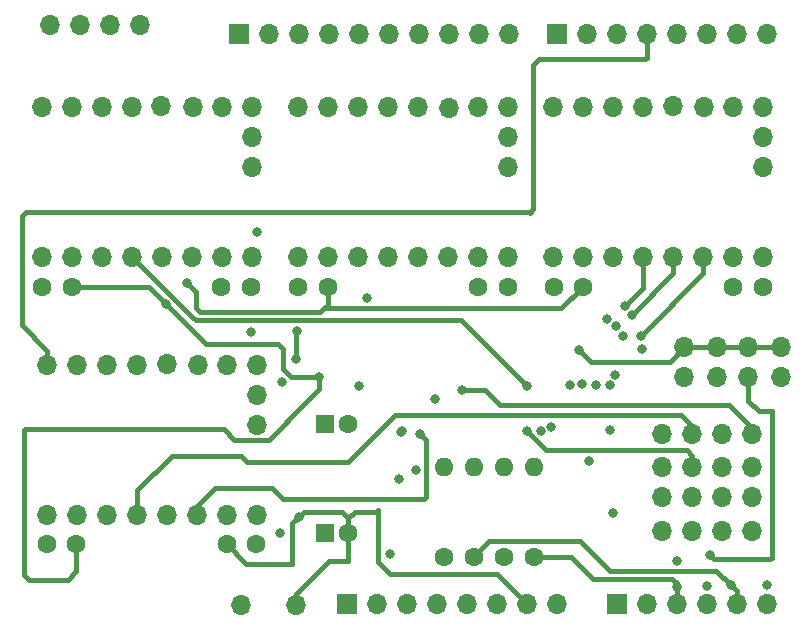
<source format=gbr>
%TF.GenerationSoftware,KiCad,Pcbnew,(6.0.6)*%
%TF.CreationDate,2022-07-08T14:07:57+08:00*%
%TF.ProjectId,Stepper,53746570-7065-4722-9e6b-696361645f70,rev?*%
%TF.SameCoordinates,Original*%
%TF.FileFunction,Copper,L1,Top*%
%TF.FilePolarity,Positive*%
%FSLAX46Y46*%
G04 Gerber Fmt 4.6, Leading zero omitted, Abs format (unit mm)*
G04 Created by KiCad (PCBNEW (6.0.6)) date 2022-07-08 14:07:57*
%MOMM*%
%LPD*%
G01*
G04 APERTURE LIST*
%TA.AperFunction,ComponentPad*%
%ADD10R,1.700000X1.700000*%
%TD*%
%TA.AperFunction,ComponentPad*%
%ADD11O,1.700000X1.700000*%
%TD*%
%TA.AperFunction,ComponentPad*%
%ADD12C,1.600000*%
%TD*%
%TA.AperFunction,ComponentPad*%
%ADD13O,1.600000X1.600000*%
%TD*%
%TA.AperFunction,ComponentPad*%
%ADD14R,1.600000X1.600000*%
%TD*%
%TA.AperFunction,ViaPad*%
%ADD15C,0.800000*%
%TD*%
%TA.AperFunction,Conductor*%
%ADD16C,0.400000*%
%TD*%
G04 APERTURE END LIST*
D10*
%TO.P,J1,1,Pin_1*%
%TO.N,unconnected-(J1-Pad1)*%
X127940000Y-97460000D03*
D11*
%TO.P,J1,2,Pin_2*%
%TO.N,/IOREF*%
X130480000Y-97460000D03*
%TO.P,J1,3,Pin_3*%
%TO.N,/~{RESET}*%
X133020000Y-97460000D03*
%TO.P,J1,4,Pin_4*%
%TO.N,+3V3*%
X135560000Y-97460000D03*
%TO.P,J1,5,Pin_5*%
%TO.N,+5V*%
X138100000Y-97460000D03*
%TO.P,J1,6,Pin_6*%
%TO.N,GND*%
X140640000Y-97460000D03*
%TO.P,J1,7,Pin_7*%
X143180000Y-97460000D03*
%TO.P,J1,8,Pin_8*%
%TO.N,VCC*%
X145720000Y-97460000D03*
%TD*%
D10*
%TO.P,J3,1,Pin_1*%
%TO.N,/A0*%
X150800000Y-97460000D03*
D11*
%TO.P,J3,2,Pin_2*%
%TO.N,/A1*%
X153340000Y-97460000D03*
%TO.P,J3,3,Pin_3*%
%TO.N,/A2*%
X155880000Y-97460000D03*
%TO.P,J3,4,Pin_4*%
%TO.N,/A3*%
X158420000Y-97460000D03*
%TO.P,J3,5,Pin_5*%
%TO.N,/SDA{slash}A4*%
X160960000Y-97460000D03*
%TO.P,J3,6,Pin_6*%
%TO.N,/SCL{slash}A5*%
X163500000Y-97460000D03*
%TD*%
D10*
%TO.P,J2,1,Pin_1*%
%TO.N,/SCL{slash}A5*%
X118796000Y-49200000D03*
D11*
%TO.P,J2,2,Pin_2*%
%TO.N,/SDA{slash}A4*%
X121336000Y-49200000D03*
%TO.P,J2,3,Pin_3*%
%TO.N,/AREF*%
X123876000Y-49200000D03*
%TO.P,J2,4,Pin_4*%
%TO.N,GND*%
X126416000Y-49200000D03*
%TO.P,J2,5,Pin_5*%
%TO.N,/13*%
X128956000Y-49200000D03*
%TO.P,J2,6,Pin_6*%
%TO.N,/12*%
X131496000Y-49200000D03*
%TO.P,J2,7,Pin_7*%
%TO.N,/\u002A11*%
X134036000Y-49200000D03*
%TO.P,J2,8,Pin_8*%
%TO.N,/\u002A10*%
X136576000Y-49200000D03*
%TO.P,J2,9,Pin_9*%
%TO.N,/\u002A9*%
X139116000Y-49200000D03*
%TO.P,J2,10,Pin_10*%
%TO.N,/8*%
X141656000Y-49200000D03*
%TD*%
D10*
%TO.P,J4,1,Pin_1*%
%TO.N,/7*%
X145720000Y-49200000D03*
D11*
%TO.P,J4,2,Pin_2*%
%TO.N,/\u002A6*%
X148260000Y-49200000D03*
%TO.P,J4,3,Pin_3*%
%TO.N,/\u002A5*%
X150800000Y-49200000D03*
%TO.P,J4,4,Pin_4*%
%TO.N,/4*%
X153340000Y-49200000D03*
%TO.P,J4,5,Pin_5*%
%TO.N,/\u002A3*%
X155880000Y-49200000D03*
%TO.P,J4,6,Pin_6*%
%TO.N,/2*%
X158420000Y-49200000D03*
%TO.P,J4,7,Pin_7*%
%TO.N,/TX{slash}1*%
X160960000Y-49200000D03*
%TO.P,J4,8,Pin_8*%
%TO.N,/RX{slash}0*%
X163500000Y-49200000D03*
%TD*%
%TO.P,,D1,Pin_4*%
%TO.N,N/C*%
X119900000Y-57840000D03*
%TD*%
%TO.P,,D1,Pin_4*%
%TO.N,N/C*%
X133970000Y-68060000D03*
%TD*%
%TO.P,,D1,Pin_4*%
%TO.N,N/C*%
X156500000Y-75660000D03*
%TD*%
%TO.P,,D1,Pin_4*%
%TO.N,N/C*%
X133925799Y-55355827D03*
%TD*%
%TO.P,,D1,Pin_4*%
%TO.N,N/C*%
X131430000Y-68060000D03*
%TD*%
%TO.P,,D1,Pin_4*%
%TO.N,N/C*%
X104660000Y-68000000D03*
%TD*%
%TO.P,,D1,Pin_4*%
%TO.N,N/C*%
X156500000Y-78200000D03*
%TD*%
%TO.P,,D1,Pin_4*%
%TO.N,N/C*%
X117824201Y-77144173D03*
%TD*%
%TO.P,,D1,Pin_4*%
%TO.N,N/C*%
X112700000Y-77140000D03*
%TD*%
%TO.P,,D1,Pin_4*%
%TO.N,N/C*%
X158191710Y-55371710D03*
%TD*%
D12*
%TO.P,REF\u002A\u002A,1*%
%TO.N,N/C*%
X139050000Y-70600000D03*
%TO.P,REF\u002A\u002A,2*%
X141550000Y-70600000D03*
%TD*%
D11*
%TO.P,,D1,Pin_4*%
%TO.N,N/C*%
X117360000Y-68000000D03*
%TD*%
%TO.P,,D1,Pin_4*%
%TO.N,N/C*%
X147960000Y-55300000D03*
%TD*%
%TO.P,,D1,Pin_4*%
%TO.N,N/C*%
X162220000Y-83000000D03*
%TD*%
%TO.P,,D1,Pin_4*%
%TO.N,N/C*%
X147960000Y-68000000D03*
%TD*%
%TO.P,,D1,Pin_4*%
%TO.N,N/C*%
X157160000Y-91200000D03*
%TD*%
%TO.P,,D1,Pin_4*%
%TO.N,N/C*%
X105124201Y-77144173D03*
%TD*%
%TO.P,,D1,Pin_4*%
%TO.N,N/C*%
X120364201Y-82224173D03*
%TD*%
%TO.P,,D1,Pin_4*%
%TO.N,N/C*%
X139050000Y-68060000D03*
%TD*%
%TO.P,,D1,Pin_4*%
%TO.N,N/C*%
X119900000Y-55300000D03*
%TD*%
%TO.P,,D1,Pin_4*%
%TO.N,N/C*%
X150500000Y-68000000D03*
%TD*%
%TO.P,,D1,Pin_4*%
%TO.N,N/C*%
X154620000Y-91200000D03*
%TD*%
%TO.P,,D1,Pin_4*%
%TO.N,N/C*%
X157140000Y-83000000D03*
%TD*%
%TO.P,,D1,Pin_4*%
%TO.N,N/C*%
X145420000Y-68000000D03*
%TD*%
%TO.P,,D1,Pin_4*%
%TO.N,N/C*%
X163200000Y-68000000D03*
%TD*%
%TO.P,,D1,Pin_4*%
%TO.N,N/C*%
X159680000Y-83000000D03*
%TD*%
%TO.P,,D1,Pin_4*%
%TO.N,N/C*%
X150500000Y-55300000D03*
%TD*%
%TO.P,,D1,Pin_4*%
%TO.N,N/C*%
X163200000Y-60380000D03*
%TD*%
%TO.P,,D1,Pin_4*%
%TO.N,N/C*%
X123810000Y-55360000D03*
%TD*%
%TO.P,,D1,Pin_4*%
%TO.N,N/C*%
X119900000Y-60380000D03*
%TD*%
D12*
%TO.P,REF\u002A\u002A,1*%
%TO.N,N/C*%
X160660000Y-70540000D03*
%TO.P,REF\u002A\u002A,2*%
X163160000Y-70540000D03*
%TD*%
%TO.P,REF\u002A\u002A,1*%
%TO.N,N/C*%
X143800000Y-93400000D03*
D13*
%TO.P,REF\u002A\u002A,2*%
X143800000Y-85780000D03*
%TD*%
D11*
%TO.P,,D1,Pin_4*%
%TO.N,N/C*%
X126350000Y-68060000D03*
%TD*%
%TO.P,,D1,Pin_4*%
%TO.N,N/C*%
X115355911Y-77215883D03*
%TD*%
%TO.P,,D1,Pin_4*%
%TO.N,N/C*%
X109740000Y-55300000D03*
%TD*%
%TO.P,,D1,Pin_4*%
%TO.N,N/C*%
X114891710Y-55371710D03*
%TD*%
%TO.P,,D1,Pin_4*%
%TO.N,N/C*%
X141590000Y-68060000D03*
%TD*%
%TO.P,,D1,Pin_4*%
%TO.N,N/C*%
X102584201Y-77144173D03*
%TD*%
%TO.P,,D1,Pin_4*%
%TO.N,N/C*%
X164700000Y-78180000D03*
%TD*%
%TO.P,,D1,Pin_4*%
%TO.N,N/C*%
X161900000Y-78180000D03*
%TD*%
%TO.P,,D1,Pin_4*%
%TO.N,N/C*%
X157160000Y-88400000D03*
%TD*%
%TO.P,,D1,Pin_4*%
%TO.N,N/C*%
X107860000Y-48400000D03*
%TD*%
%TO.P,,D1,Pin_4*%
%TO.N,N/C*%
X159700000Y-91200000D03*
%TD*%
%TO.P,,D1,Pin_4*%
%TO.N,N/C*%
X128890000Y-68060000D03*
%TD*%
%TO.P,,D1,Pin_4*%
%TO.N,N/C*%
X102584201Y-89844173D03*
%TD*%
%TO.P,,D1,Pin_4*%
%TO.N,N/C*%
X160660000Y-68000000D03*
%TD*%
%TO.P,,D1,Pin_4*%
%TO.N,N/C*%
X131430000Y-55360000D03*
%TD*%
D12*
%TO.P,REF\u002A\u002A,1*%
%TO.N,N/C*%
X136180000Y-93400000D03*
D13*
%TO.P,REF\u002A\u002A,2*%
X136180000Y-85780000D03*
%TD*%
D11*
%TO.P,,D1,Pin_4*%
%TO.N,N/C*%
X105124201Y-89844173D03*
%TD*%
%TO.P,,D1,Pin_4*%
%TO.N,N/C*%
X157160000Y-85800000D03*
%TD*%
%TO.P,,D1,Pin_4*%
%TO.N,N/C*%
X153040000Y-68000000D03*
%TD*%
%TO.P,,D1,Pin_4*%
%TO.N,N/C*%
X141590000Y-55360000D03*
%TD*%
%TO.P,,D1,Pin_4*%
%TO.N,N/C*%
X119900000Y-68000000D03*
%TD*%
%TO.P,,D1,Pin_4*%
%TO.N,N/C*%
X117824201Y-89844173D03*
%TD*%
D14*
%TO.P,REF\u002A\u002A,1*%
%TO.N,N/C*%
X126044888Y-91400000D03*
D12*
%TO.P,REF\u002A\u002A,2*%
X128044888Y-91400000D03*
%TD*%
D11*
%TO.P,,D1,Pin_4*%
%TO.N,N/C*%
X104660000Y-55300000D03*
%TD*%
D12*
%TO.P,REF\u002A\u002A,1*%
%TO.N,N/C*%
X138720000Y-93400000D03*
D13*
%TO.P,REF\u002A\u002A,2*%
X138720000Y-85780000D03*
%TD*%
D11*
%TO.P,,D1,Pin_4*%
%TO.N,N/C*%
X161900000Y-75640000D03*
%TD*%
%TO.P,,D1,Pin_4*%
%TO.N,N/C*%
X102120000Y-55300000D03*
%TD*%
%TO.P,,D1,Pin_4*%
%TO.N,N/C*%
X163200000Y-57840000D03*
%TD*%
%TO.P,,D1,Pin_4*%
%TO.N,N/C*%
X154620000Y-85800000D03*
%TD*%
%TO.P,,D1,Pin_4*%
%TO.N,N/C*%
X162240000Y-88400000D03*
%TD*%
%TO.P,,D1,Pin_4*%
%TO.N,N/C*%
X136581710Y-55431710D03*
%TD*%
%TO.P,,D1,Pin_4*%
%TO.N,N/C*%
X155580000Y-68000000D03*
%TD*%
%TO.P,,D1,Pin_4*%
%TO.N,N/C*%
X164700000Y-75640000D03*
%TD*%
%TO.P,,D1,Pin_4*%
%TO.N,N/C*%
X141590000Y-60440000D03*
%TD*%
D12*
%TO.P,REF\u002A\u002A,1*%
%TO.N,N/C*%
X141260000Y-93400000D03*
D13*
%TO.P,REF\u002A\u002A,2*%
X141260000Y-85780000D03*
%TD*%
D11*
%TO.P,,D1,Pin_4*%
%TO.N,N/C*%
X109740000Y-68000000D03*
%TD*%
%TO.P,,D1,Pin_4*%
%TO.N,N/C*%
X136510000Y-68060000D03*
%TD*%
%TO.P,,D1,Pin_4*%
%TO.N,N/C*%
X159700000Y-85800000D03*
%TD*%
%TO.P,,D1,Pin_4*%
%TO.N,N/C*%
X154620000Y-88400000D03*
%TD*%
%TO.P,,D1,Pin_4*%
%TO.N,N/C*%
X160660000Y-55300000D03*
%TD*%
%TO.P,,D1,Pin_4*%
%TO.N,N/C*%
X114820000Y-68000000D03*
%TD*%
%TO.P,,D1,Pin_4*%
%TO.N,N/C*%
X123810000Y-68060000D03*
%TD*%
%TO.P,,D1,Pin_4*%
%TO.N,N/C*%
X120364201Y-89844173D03*
%TD*%
%TO.P,,D1,Pin_4*%
%TO.N,N/C*%
X107664201Y-89844173D03*
%TD*%
%TO.P,,D1,Pin_4*%
%TO.N,N/C*%
X128890000Y-55360000D03*
%TD*%
%TO.P,,D1,Pin_4*%
%TO.N,N/C*%
X117360000Y-55300000D03*
%TD*%
%TO.P,,D1,Pin_4*%
%TO.N,N/C*%
X155535799Y-55295827D03*
%TD*%
%TO.P,,D1,Pin_4*%
%TO.N,N/C*%
X163200000Y-55300000D03*
%TD*%
%TO.P,,D1,Pin_4*%
%TO.N,N/C*%
X159700000Y-88400000D03*
%TD*%
D12*
%TO.P,REF\u002A\u002A,1*%
%TO.N,N/C*%
X145460000Y-70540000D03*
%TO.P,REF\u002A\u002A,2*%
X147960000Y-70540000D03*
%TD*%
D11*
%TO.P,,D1,Pin_4*%
%TO.N,GND*%
X123600000Y-97500000D03*
%TD*%
%TO.P,,D1,Pin_4*%
%TO.N,N/C*%
X115284201Y-89844173D03*
%TD*%
%TO.P,,D1,Pin_4*%
%TO.N,N/C*%
X126350000Y-55360000D03*
%TD*%
D14*
%TO.P,REF\u002A\u002A,1*%
%TO.N,N/C*%
X126044888Y-82200000D03*
D12*
%TO.P,REF\u002A\u002A,2*%
X128044888Y-82200000D03*
%TD*%
D11*
%TO.P,,D1,Pin_4*%
%TO.N,N/C*%
X112280000Y-68000000D03*
%TD*%
%TO.P,,D1,Pin_4*%
%TO.N,N/C*%
X159300000Y-75640000D03*
%TD*%
D12*
%TO.P,REF\u002A\u002A,1*%
%TO.N,N/C*%
X123810000Y-70600000D03*
%TO.P,REF\u002A\u002A,2*%
X126310000Y-70600000D03*
%TD*%
D11*
%TO.P,,D1,Pin_4*%
%TO.N,N/C*%
X107200000Y-55300000D03*
%TD*%
%TO.P,,D1,Pin_4*%
%TO.N,N/C*%
X110204201Y-77144173D03*
%TD*%
%TO.P,,D1,Pin_4*%
%TO.N,N/C*%
X153040000Y-55300000D03*
%TD*%
%TO.P,,D1,Pin_4*%
%TO.N,VCC*%
X119000000Y-97500000D03*
%TD*%
%TO.P,,D1,Pin_4*%
%TO.N,N/C*%
X102120000Y-68000000D03*
%TD*%
%TO.P,,D1,Pin_4*%
%TO.N,N/C*%
X110204201Y-89844173D03*
%TD*%
D12*
%TO.P,REF\u002A\u002A,1*%
%TO.N,N/C*%
X102540000Y-92380000D03*
%TO.P,REF\u002A\u002A,2*%
X105040000Y-92380000D03*
%TD*%
D11*
%TO.P,,D1,Pin_4*%
%TO.N,N/C*%
X162240000Y-85800000D03*
%TD*%
%TO.P,,D1,Pin_4*%
%TO.N,N/C*%
X112744201Y-89844173D03*
%TD*%
%TO.P,,D1,Pin_4*%
%TO.N,N/C*%
X107200000Y-68000000D03*
%TD*%
%TO.P,,D1,Pin_4*%
%TO.N,N/C*%
X141590000Y-57900000D03*
%TD*%
%TO.P,,D1,Pin_4*%
%TO.N,N/C*%
X162240000Y-91200000D03*
%TD*%
%TO.P,,D1,Pin_4*%
%TO.N,N/C*%
X145420000Y-55300000D03*
%TD*%
%TO.P,,D1,Pin_4*%
%TO.N,N/C*%
X120364201Y-79684173D03*
%TD*%
%TO.P,,D1,Pin_4*%
%TO.N,N/C*%
X158120000Y-68000000D03*
%TD*%
D12*
%TO.P,REF\u002A\u002A,1*%
%TO.N,N/C*%
X117780000Y-92380000D03*
%TO.P,REF\u002A\u002A,2*%
X120280000Y-92380000D03*
%TD*%
%TO.P,REF\u002A\u002A,1*%
%TO.N,N/C*%
X102146709Y-70571710D03*
%TO.P,REF\u002A\u002A,2*%
X104646709Y-70571710D03*
%TD*%
D11*
%TO.P,,D1,Pin_4*%
%TO.N,N/C*%
X110400000Y-48400000D03*
%TD*%
%TO.P,,D1,Pin_4*%
%TO.N,N/C*%
X112235799Y-55295827D03*
%TD*%
%TO.P,,D1,Pin_4*%
%TO.N,N/C*%
X154600000Y-83000000D03*
%TD*%
%TO.P,,D1,Pin_4*%
%TO.N,N/C*%
X102780000Y-48400000D03*
%TD*%
%TO.P,,D1,Pin_4*%
%TO.N,N/C*%
X120364201Y-77144173D03*
%TD*%
%TO.P,,D1,Pin_4*%
%TO.N,N/C*%
X105320000Y-48400000D03*
%TD*%
%TO.P,,D1,Pin_4*%
%TO.N,N/C*%
X159300000Y-78180000D03*
%TD*%
%TO.P,,D1,Pin_4*%
%TO.N,N/C*%
X139050000Y-55360000D03*
%TD*%
%TO.P,,D1,Pin_4*%
%TO.N,N/C*%
X107664201Y-77144173D03*
%TD*%
D12*
%TO.P,REF\u002A\u002A,1*%
%TO.N,N/C*%
X117315799Y-70540000D03*
%TO.P,REF\u002A\u002A,2*%
X119815799Y-70540000D03*
%TD*%
D15*
%TO.N,*%
X152800000Y-74700000D03*
X137700000Y-79300000D03*
X150200000Y-78900000D03*
X135400000Y-80100000D03*
X150200000Y-78900000D03*
X158700000Y-93300000D03*
X131600000Y-93200000D03*
X132550000Y-82850000D03*
X134100000Y-83000000D03*
X148400000Y-85300000D03*
X151300000Y-74700000D03*
X134100000Y-83000000D03*
X150600000Y-78000000D03*
X149000000Y-78900000D03*
X134100000Y-83000000D03*
X132600000Y-82800000D03*
X150700000Y-73900000D03*
X147800000Y-78800000D03*
X145200000Y-82400000D03*
X150200000Y-82700000D03*
X143200000Y-79000000D03*
X144350000Y-82750000D03*
X150000000Y-73300000D03*
X152900000Y-75800000D03*
X134100000Y-83000000D03*
X150500000Y-89700000D03*
X143200000Y-82800000D03*
X151500000Y-72200000D03*
X123700000Y-74300000D03*
X152050000Y-72950000D03*
X146800000Y-78900000D03*
X145200000Y-82400000D03*
X147800000Y-78800000D03*
X114400000Y-70200000D03*
%TO.N,GND*%
X120350000Y-65950000D03*
X123850000Y-90050000D03*
X132350000Y-86850000D03*
X129000000Y-79000000D03*
X123600000Y-76700000D03*
X133800000Y-86100000D03*
%TO.N,+5V*%
X147600000Y-75900000D03*
X112600000Y-72000000D03*
X125600000Y-78200000D03*
%TO.N,/A2*%
X155880000Y-96020000D03*
X155850000Y-93750000D03*
%TO.N,/A3*%
X158420000Y-95920000D03*
%TO.N,/SDA{slash}A4*%
X160450000Y-95850000D03*
%TO.N,/SCL{slash}A5*%
X163500000Y-95800000D03*
%TO.N,VCC*%
X129600000Y-71500000D03*
X119815799Y-74400000D03*
X122400000Y-78600000D03*
X122300000Y-91400000D03*
%TD*%
D16*
%TO.N,*%
X113100000Y-84900000D02*
X119000000Y-84900000D01*
X116800000Y-87600000D02*
X121600000Y-87600000D01*
X162220000Y-82520000D02*
X162220000Y-83000000D01*
X132000000Y-81400000D02*
X156200000Y-81400000D01*
X144800000Y-84400000D02*
X156700000Y-84400000D01*
X156700000Y-84400000D02*
X157160000Y-84860000D01*
X134600000Y-83500000D02*
X134100000Y-83000000D01*
X158100000Y-68020000D02*
X158100000Y-69400000D01*
X139600000Y-79300000D02*
X140900000Y-80600000D01*
X157140000Y-82340000D02*
X157140000Y-83000000D01*
X155580000Y-68000000D02*
X155580000Y-69420000D01*
X157160000Y-84860000D02*
X157160000Y-85800000D01*
X115284201Y-89115799D02*
X116800000Y-87600000D01*
X134500000Y-88500000D02*
X134600000Y-88400000D01*
X140900000Y-80600000D02*
X160300000Y-80600000D01*
X158100000Y-69400000D02*
X152800000Y-74700000D01*
X135700000Y-73400000D02*
X137600000Y-73400000D01*
X137700000Y-79300000D02*
X139600000Y-79300000D01*
X143200000Y-82800000D02*
X144800000Y-84400000D01*
X110204201Y-89844173D02*
X110204201Y-87795799D01*
X122500000Y-88500000D02*
X134500000Y-88500000D01*
X153040000Y-68000000D02*
X153040000Y-70660000D01*
X152050000Y-72950000D02*
X152000000Y-73000000D01*
X137600000Y-73400000D02*
X143200000Y-79000000D01*
X110204201Y-87795799D02*
X113100000Y-84900000D01*
X153040000Y-70660000D02*
X151500000Y-72200000D01*
X115284201Y-89844173D02*
X115284201Y-89115799D01*
X155500000Y-69500000D02*
X152050000Y-72950000D01*
X128000000Y-85400000D02*
X132000000Y-81400000D01*
X115140000Y-73400000D02*
X135700000Y-73400000D01*
X121600000Y-87600000D02*
X122500000Y-88500000D01*
X134600000Y-88400000D02*
X134600000Y-83500000D01*
X119000000Y-84900000D02*
X119500000Y-85400000D01*
X109740000Y-68000000D02*
X114740000Y-73000000D01*
X114740000Y-73000000D02*
X115140000Y-73400000D01*
X119500000Y-85400000D02*
X128000000Y-85400000D01*
X158120000Y-68000000D02*
X158100000Y-68020000D01*
X160300000Y-80600000D02*
X162220000Y-82520000D01*
X155580000Y-69420000D02*
X155500000Y-69500000D01*
X156200000Y-81400000D02*
X157140000Y-82340000D01*
%TO.N,GND*%
X130600000Y-89600000D02*
X128589776Y-89600000D01*
X123600000Y-97500000D02*
X123600000Y-96600000D01*
X123300000Y-90600000D02*
X123300000Y-94000000D01*
X130600000Y-89600000D02*
X130600000Y-89500000D01*
X128589776Y-89600000D02*
X128044888Y-90144888D01*
X131600000Y-94900000D02*
X130600000Y-93900000D01*
X123600000Y-96600000D02*
X126400000Y-93800000D01*
X127500000Y-89600000D02*
X124300000Y-89600000D01*
X124300000Y-89600000D02*
X123850000Y-90050000D01*
X119400000Y-94000000D02*
X117780000Y-92380000D01*
X128044888Y-91400000D02*
X128044888Y-90144888D01*
X123600000Y-74400000D02*
X123700000Y-74300000D01*
X123850000Y-90050000D02*
X123300000Y-90600000D01*
X123300000Y-94000000D02*
X119400000Y-94000000D01*
X123600000Y-76700000D02*
X123600000Y-74400000D01*
X143180000Y-97460000D02*
X140620000Y-94900000D01*
X130600000Y-93900000D02*
X130600000Y-89600000D01*
X128044888Y-93755112D02*
X128044888Y-91400000D01*
X140620000Y-94900000D02*
X131600000Y-94900000D01*
X128044888Y-90144888D02*
X127500000Y-89600000D01*
X128000000Y-93800000D02*
X128044888Y-93755112D01*
X126400000Y-93800000D02*
X128000000Y-93800000D01*
%TO.N,+5V*%
X122500000Y-77500000D02*
X123200000Y-78200000D01*
X126000000Y-72400000D02*
X126310000Y-72090000D01*
X115200000Y-74600000D02*
X116000000Y-75400000D01*
X104646709Y-70571710D02*
X111171710Y-70571710D01*
X126310000Y-72090000D02*
X126310000Y-70600000D01*
X114400000Y-70200000D02*
X115200000Y-71000000D01*
X105040000Y-94660000D02*
X104300000Y-95400000D01*
X115200000Y-71000000D02*
X115200000Y-72400000D01*
X126000000Y-72400000D02*
X146100000Y-72400000D01*
X117500000Y-82600000D02*
X118400000Y-83500000D01*
X116000000Y-75400000D02*
X122100000Y-75400000D01*
X147600000Y-75900000D02*
X148600000Y-76900000D01*
X123200000Y-78200000D02*
X125600000Y-78200000D01*
X155260000Y-76900000D02*
X156500000Y-75660000D01*
X146100000Y-72400000D02*
X147960000Y-70540000D01*
X124400000Y-80400000D02*
X125600000Y-79200000D01*
X105040000Y-92380000D02*
X105040000Y-94660000D01*
X148600000Y-76900000D02*
X155260000Y-76900000D01*
X122100000Y-75400000D02*
X122500000Y-75800000D01*
X101000000Y-95400000D02*
X100600000Y-95000000D01*
X159300000Y-75640000D02*
X164700000Y-75640000D01*
X100700000Y-82600000D02*
X117500000Y-82600000D01*
X156500000Y-75660000D02*
X159280000Y-75660000D01*
X100600000Y-95000000D02*
X100600000Y-82700000D01*
X104300000Y-95400000D02*
X101000000Y-95400000D01*
X111171710Y-70571710D02*
X112600000Y-72000000D01*
X125600000Y-79200000D02*
X125600000Y-78200000D01*
X121300000Y-83500000D02*
X124400000Y-80400000D01*
X159280000Y-75660000D02*
X159300000Y-75640000D01*
X100600000Y-82700000D02*
X100700000Y-82600000D01*
X125700000Y-72700000D02*
X126000000Y-72400000D01*
X115200000Y-72400000D02*
X115500000Y-72700000D01*
X112600000Y-72000000D02*
X115200000Y-74600000D01*
X115500000Y-72700000D02*
X125700000Y-72700000D01*
X118400000Y-83500000D02*
X121300000Y-83500000D01*
X122500000Y-75800000D02*
X122500000Y-77500000D01*
%TO.N,/A2*%
X155880000Y-95680000D02*
X155880000Y-96020000D01*
X155500000Y-95300000D02*
X155880000Y-95680000D01*
X148600000Y-95100000D02*
X148800000Y-95300000D01*
X155880000Y-96020000D02*
X155880000Y-97460000D01*
X146900000Y-93400000D02*
X148600000Y-95100000D01*
X148800000Y-95300000D02*
X155500000Y-95300000D01*
X143800000Y-93400000D02*
X146900000Y-93400000D01*
%TO.N,/A3*%
X163800000Y-93600000D02*
X159000000Y-93600000D01*
X161900000Y-78180000D02*
X161900000Y-80200000D01*
X162800000Y-81100000D02*
X163900000Y-81100000D01*
X161900000Y-80200000D02*
X162800000Y-81100000D01*
X159000000Y-93600000D02*
X158700000Y-93300000D01*
X163900000Y-81100000D02*
X163900000Y-93500000D01*
X163900000Y-93500000D02*
X163800000Y-93600000D01*
%TO.N,/SDA{slash}A4*%
X150000000Y-94400000D02*
X150200000Y-94600000D01*
X138720000Y-93380000D02*
X140000000Y-92100000D01*
X147600000Y-92100000D02*
X147700000Y-92100000D01*
X160960000Y-96360000D02*
X160960000Y-97460000D01*
X160450000Y-95850000D02*
X160960000Y-96360000D01*
X150200000Y-94600000D02*
X159200000Y-94600000D01*
X159200000Y-94600000D02*
X160450000Y-95850000D01*
X138720000Y-93400000D02*
X138720000Y-93380000D01*
X147700000Y-92100000D02*
X150000000Y-94400000D01*
X140000000Y-92100000D02*
X147600000Y-92100000D01*
%TO.N,/4*%
X100400000Y-64600000D02*
X100800000Y-64200000D01*
X153340000Y-51160000D02*
X153340000Y-49200000D01*
X100800000Y-64200000D02*
X143300000Y-64200000D01*
X143700000Y-64000000D02*
X143700000Y-51800000D01*
X153200000Y-51300000D02*
X153340000Y-51160000D01*
X143700000Y-51800000D02*
X144200000Y-51300000D01*
X143400000Y-64300000D02*
X143700000Y-64000000D01*
X102584201Y-75984201D02*
X100400000Y-73800000D01*
X143300000Y-64200000D02*
X143400000Y-64300000D01*
X100400000Y-73800000D02*
X100400000Y-64600000D01*
X144200000Y-51300000D02*
X153200000Y-51300000D01*
X102584201Y-77144173D02*
X102584201Y-75984201D01*
%TD*%
M02*

</source>
